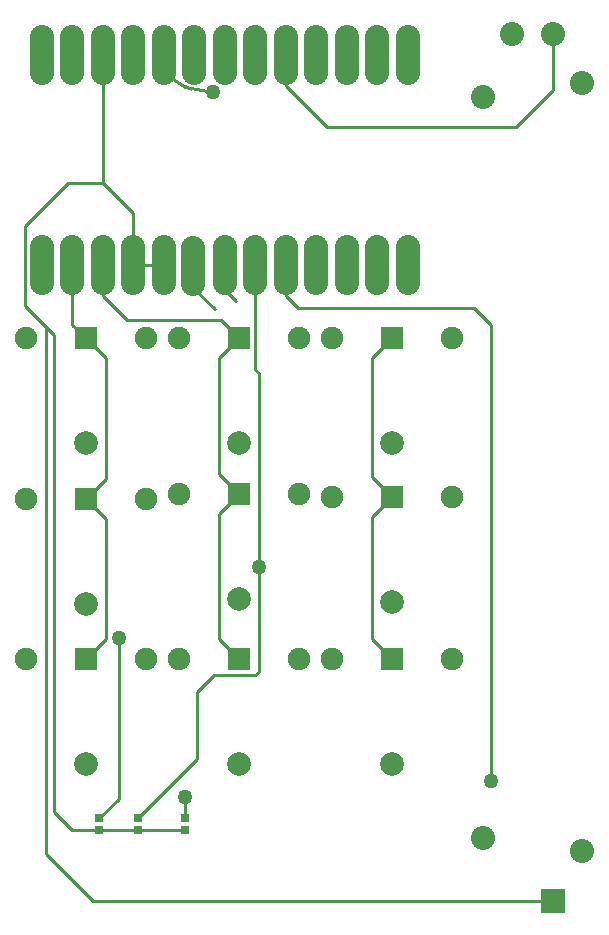
<source format=gbr>
%TF.GenerationSoftware,Altium Limited,Altium Designer,24.6.1 (21)*%
G04 Layer_Physical_Order=1*
G04 Layer_Color=255*
%FSLAX45Y45*%
%MOMM*%
%TF.SameCoordinates,480F301F-7D1D-4A69-AD55-030AC2FBA8A7*%
%TF.FilePolarity,Positive*%
%TF.FileFunction,Copper,L1,Top,Signal*%
%TF.Part,Single*%
G01*
G75*
%TA.AperFunction,Conductor*%
%ADD10C,0.25400*%
%TA.AperFunction,SMDPad,CuDef*%
%ADD11O,2.03200X5.08000*%
%ADD12R,0.65000X0.65000*%
%TA.AperFunction,ComponentPad*%
%ADD13C,2.03200*%
%ADD14R,2.03200X2.03200*%
%ADD15C,1.90000*%
%ADD16C,2.00000*%
%ADD17R,1.90000X1.90000*%
%TA.AperFunction,ViaPad*%
%ADD18C,1.27000*%
D10*
X4513356Y12138008D02*
G03*
X4568427Y12117313I75576J117492D01*
G01*
X5135880Y8074660D02*
Y9710420D01*
Y7185660D02*
Y8074660D01*
X4513356Y12138008D02*
X4749800Y12090400D01*
X4330700Y12255500D02*
X4513356Y12138008D01*
X3337560Y10101580D02*
X3402005Y10037135D01*
X3947165Y5842798D02*
X4114800D01*
X3553607D02*
X3947165D01*
X4580468Y10433025D02*
X4762500Y10250993D01*
X4580468Y10433025D02*
Y10617200D01*
X4508500Y5942802D02*
Y6126500D01*
X3814237Y11325012D02*
X4072468Y11066780D01*
X3157220Y10960100D02*
X3522132Y11325012D01*
X3402005Y5994400D02*
Y10037135D01*
Y5994400D02*
X3553607Y5842798D01*
X4847168Y10418232D02*
X4946259Y10319141D01*
X4847168Y10418232D02*
Y10629900D01*
X4812807Y10160493D02*
X4965700Y10007600D01*
X4016944Y10160493D02*
X4812807D01*
X3814237Y10363200D02*
X4016944Y10160493D01*
X3814237Y10363200D02*
Y10629900D01*
X3949700Y6107902D02*
Y7470140D01*
X3784600Y5942802D02*
X3949700Y6107902D01*
X4310385Y5842803D02*
X4508500D01*
X4310380Y5842798D02*
X4310385Y5842803D01*
X4114800Y5842798D02*
X4310380D01*
X3947160Y5842803D02*
X3947165Y5842798D01*
X3784600Y5842803D02*
X3947160D01*
X3556000Y10121900D02*
X3670300Y10007600D01*
X3556000Y10121900D02*
Y10629900D01*
X3670300Y10007600D02*
X3840480Y9837420D01*
Y8818880D02*
Y9837420D01*
X3670300Y8648700D02*
X3840480Y8818880D01*
X3670300Y8648700D02*
X3840480Y8478520D01*
Y7459980D02*
Y8478520D01*
X3670300Y7289800D02*
X3840480Y7459980D01*
X4795520Y9837420D02*
X4965700Y10007600D01*
X4795520Y8856980D02*
Y9837420D01*
Y8856980D02*
X4965700Y8686800D01*
X4795520Y8516620D02*
X4965700Y8686800D01*
X4795520Y7459980D02*
Y8516620D01*
Y7459980D02*
X4965700Y7289800D01*
X6090920Y9837420D02*
X6261100Y10007600D01*
X6090920Y8831580D02*
Y9837420D01*
Y8831580D02*
X6261100Y8661400D01*
X6090920Y8491220D02*
X6261100Y8661400D01*
X6090920Y7459980D02*
Y8491220D01*
Y7459980D02*
X6261100Y7289800D01*
X4114800Y5942802D02*
X4615180Y6443182D01*
Y7010400D01*
X4759960Y7155180D01*
X5105400D01*
X5135880Y7185660D01*
X5105400Y9740900D02*
Y10629900D01*
Y9740900D02*
X5135880Y9710420D01*
X5363632Y10363200D02*
Y10629900D01*
Y10363200D02*
X5465232Y10261600D01*
X6959600D01*
X7099300Y10121900D01*
Y6261100D02*
Y10121900D01*
X4330700Y12255500D02*
Y12407900D01*
X3733800Y5245100D02*
X7628890D01*
X3337560Y5641340D02*
X3733800Y5245100D01*
X3337560Y5641340D02*
Y10101580D01*
X3157220Y10281920D02*
X3337560Y10101580D01*
X3157220Y10281920D02*
Y10960100D01*
X3522132Y11325012D02*
X3814237D01*
X4072468Y10629900D02*
Y11066780D01*
X3814237Y11325012D02*
Y12407900D01*
X4072468Y10629900D02*
X4330700D01*
X5363632Y12141200D02*
Y12407900D01*
Y12141200D02*
X5709072Y11795760D01*
X7315200D01*
X7628890Y12109450D01*
Y12585700D01*
D11*
X3297768Y12407900D02*
D03*
X6396568Y10629900D02*
D03*
X6138332D02*
D03*
X5880100D02*
D03*
X5621868D02*
D03*
X5363632D02*
D03*
X5105400D02*
D03*
X4847168D02*
D03*
X4580468Y10617200D02*
D03*
X4330700Y10629900D02*
D03*
X4072468D02*
D03*
X3814237D02*
D03*
X3556000D02*
D03*
X3297768D02*
D03*
X6396568Y12407900D02*
D03*
X6138332D02*
D03*
X5880100D02*
D03*
X5621868D02*
D03*
X5363632D02*
D03*
X5105400D02*
D03*
X4847168D02*
D03*
X4588932D02*
D03*
X4330700D02*
D03*
X4072468D02*
D03*
X3814237D02*
D03*
X3556000D02*
D03*
D12*
X4508500Y5842803D02*
D03*
Y5942802D02*
D03*
X3784600Y5842803D02*
D03*
Y5942802D02*
D03*
X4114800Y5842798D02*
D03*
Y5942802D02*
D03*
D13*
X7035800Y12052300D02*
D03*
Y5778500D02*
D03*
X7874000Y12166600D02*
D03*
Y5664200D02*
D03*
X7280910Y12585700D02*
D03*
X7628890D02*
D03*
D14*
Y5245100D02*
D03*
D15*
X4457700Y8686800D02*
D03*
X5473700D02*
D03*
X3162300Y10007600D02*
D03*
X4178300D02*
D03*
X3162300Y7289800D02*
D03*
X4178300D02*
D03*
X3162300Y8648700D02*
D03*
X4178300D02*
D03*
X5473700Y7289800D02*
D03*
X4457700D02*
D03*
X6769100D02*
D03*
X5753100D02*
D03*
X6769100Y8661400D02*
D03*
X5753100D02*
D03*
X5473700Y10007600D02*
D03*
X4457700D02*
D03*
X6769100D02*
D03*
X5753100D02*
D03*
D16*
X4965700Y7797800D02*
D03*
X3670300Y9118600D02*
D03*
Y6400800D02*
D03*
Y7759700D02*
D03*
X4965700Y6400800D02*
D03*
X6261100D02*
D03*
Y7772400D02*
D03*
X4965700Y9118600D02*
D03*
X6261100D02*
D03*
D17*
X4965700Y8686800D02*
D03*
X3670300Y10007600D02*
D03*
Y7289800D02*
D03*
Y8648700D02*
D03*
X4965700Y7289800D02*
D03*
X6261100D02*
D03*
Y8661400D02*
D03*
X4965700Y10007600D02*
D03*
X6261100D02*
D03*
D18*
X4508500Y6126500D02*
D03*
X4749800Y12090400D02*
D03*
X3949700Y7470140D02*
D03*
X5135880Y8074660D02*
D03*
X7099300Y6261100D02*
D03*
%TF.MD5,c9f6d741b464af80232799e93ca55ac6*%
M02*

</source>
